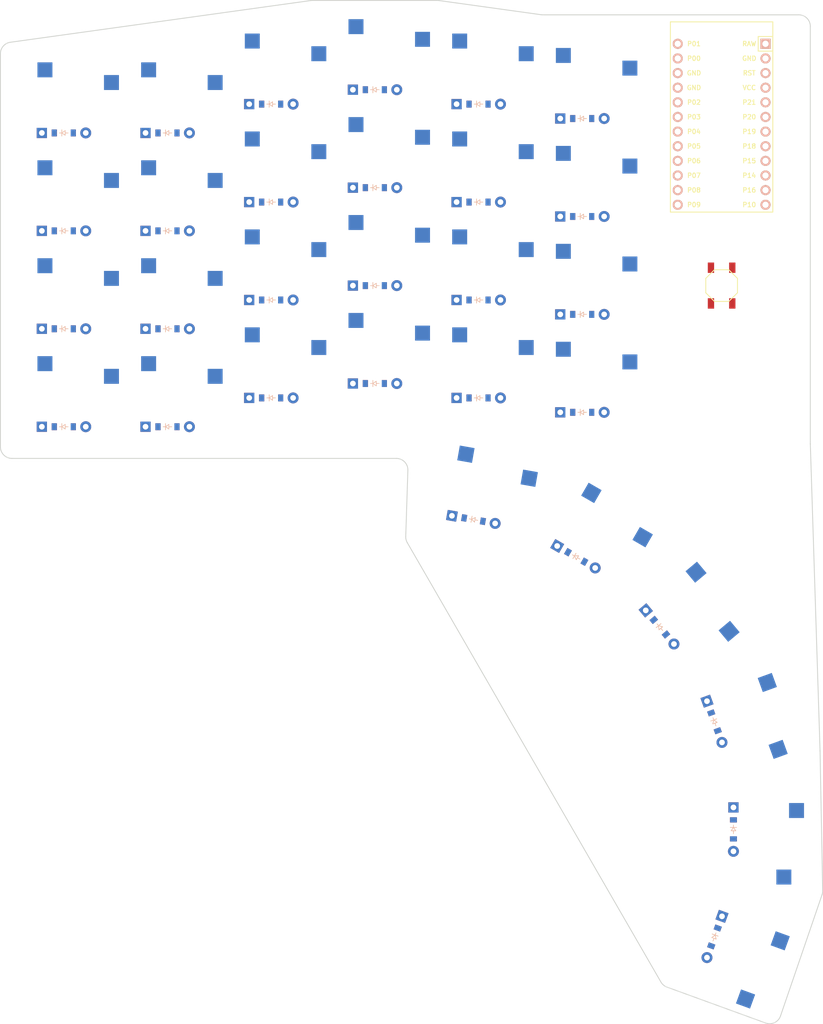
<source format=kicad_pcb>
(kicad_pcb (version 20241229) (generator "pcbnew") (generator_version "9.0")
  (title_block (title "main") (rev "v1.0.0") (company "Unknown"))
  (layers (0 "F.Cu" signal) (2 "B.Cu" signal) (13 "F.Paste" user) (15 "B.Paste" user) (5 "F.SilkS" user) (7 "B.SilkS" user) (1 "F.Mask" user) (3 "B.Mask" user) (25 "Edge.Cuts" user))
  (net 0 "")
  (net 1 "P02")
  (net 2 "outer_bottom")
  (net 3 "outer_home")
  (net 4 "outer_top")
  (net 5 "outer_num")
  (net 6 "P03")
  (net 7 "pinky_bottom")
  (net 8 "pinky_home")
  (net 9 "pinky_top")
  (net 10 "pinky_num")
  (net 11 "P04")
  (net 12 "ring_bottom")
  (net 13 "ring_home")
  (net 14 "ring_top")
  (net 15 "ring_num")
  (net 16 "P05")
  (net 17 "middle_bottom")
  (net 18 "middle_home")
  (net 19 "middle_top")
  (net 20 "middle_num")
  (net 21 "P06")
  (net 22 "index_bottom")
  (net 23 "index_home")
  (net 24 "index_top")
  (net 25 "index_num")
  (net 26 "P07")
  (net 27 "inner_bottom")
  (net 28 "inner_home")
  (net 29 "inner_top")
  (net 30 "inner_num")
  (net 31 "first_cluster")
  (net 32 "second_cluster")
  (net 33 "third_cluster")
  (net 34 "fourth_cluster")
  (net 35 "fifth_cluster")
  (net 36 "sixth_cluster")
  (net 37 "P16")
  (net 38 "P10")
  (net 39 "P09")
  (net 40 "P08")
  (net 41 "P14")
  (net 42 "RAW")
  (net 43 "GND")
  (net 44 "RST")
  (net 45 "VCC")
  (net 46 "P21")
  (net 47 "P20")
  (net 48 "P19")
  (net 49 "P18")
  (net 50 "P15")
  (net 51 "P1")
  (net 52 "P0")
  (net 53 "P2")
  (net 54 "P3")
  (net 55 "P4")
  (net 56 "P5")
  (net 57 "P6")
  (net 58 "P7")
  (net 59 "P8")
  (net 60 "P9")
  (footprint "E73:SW_TACT_ALPS_SKQGABE010" (layer "F.Cu") (at 214.2 80.5 90)
    (property "Reference" "B1" (hide yes))
    (property "Value" "" (hide yes))
    (pad "1" smd rect (at -3.1 -1.85 90) (size 1.8 1.1) (layers "F.Cu" "F.Mask" "F.Paste") (net 43 "GND"))
    (pad "1" smd rect (at 3.1 -1.85 90) (size 1.8 1.1) (layers "F.Cu" "F.Mask" "F.Paste") (net 43 "GND"))
    (pad "2" smd rect (at -3.1 1.85 90) (size 1.8 1.1) (layers "F.Cu" "F.Mask" "F.Paste") (net 44 "RST"))
    (pad "2" smd rect (at 3.1 1.85 90) (size 1.8 1.1) (layers "F.Cu" "F.Mask" "F.Paste") (net 44 "RST"))
  )
  (footprint "PG1350" (layer "F.Cu") (at 118 66)
    (property "Reference" "S7" (hide yes))
    (property "Value" "" (hide yes))
    (pad "" np_thru_hole circle (at -5.5 0) (size 1.7018 1.7018) (drill 1.7018) (layers "*.Cu" "*.Mask"))
    (pad "" np_thru_hole circle (at 0 -5.95) (size 3 3) (drill 3) (layers "*.Cu" "*.Mask"))
    (pad "" np_thru_hole circle (at 0 0) (size 3.429 3.429) (drill 3.429) (layers "*.Cu" "*.Mask"))
    (pad "" np_thru_hole circle (at 5 -3.75) (size 3 3) (drill 3) (layers "*.Cu" "*.Mask"))
    (pad "" np_thru_hole circle (at 5.5 0) (size 1.7018 1.7018) (drill 1.7018) (layers "*.Cu" "*.Mask"))
    (pad "1" smd rect (at -3.275 -5.95) (size 2.6 2.6) (layers "B.Cu" "B.Mask" "B.Paste") (net 6 "P03"))
    (pad "2" smd rect (at 8.275 -3.75) (size 2.6 2.6) (layers "B.Cu" "B.Mask" "B.Paste") (net 9 "pinky_top"))
  )
  (footprint "ComboDiode" (layer "F.Cu") (at 171.131759 121.124039 -10)
    (property "Reference" "D25" (hide yes))
    (property "Value" "" (hide yes))
    (pad "1" thru_hole rect (at -3.810001 0 350) (size 1.778 1.778) (drill 0.9906) (layers "*.Cu" "*.Mask") (net 41 "P14"))
    (pad "1" smd rect (at -1.65 0.000001 350) (size 0.9 1.2) (layers "F.Cu" "F.Mask" "F.Paste") (net 41 "P14"))
    (pad "1" smd rect (at -1.65 0.000001 350) (size 0.9 1.2) (layers "B.Cu" "B.Mask" "B.Paste") (net 41 "P14"))
    (pad "2" smd rect (at 1.65 -0.000001 350) (size 0.9 1.2) (layers "F.Cu" "F.Mask" "F.Paste") (net 31 "first_cluster"))
    (pad "2" smd rect (at 1.65 -0.000001 350) (size 0.9 1.2) (layers "B.Cu" "B.Mask" "B.Paste") (net 31 "first_cluster"))
    (pad "2" thru_hole circle (at 3.810001 0 350) (size 1.905 1.905) (drill 0.9906) (layers "*.Cu" "*.Mask") (net 31 "first_cluster"))
  )
  (footprint "ComboDiode" (layer "F.Cu") (at 190 102.5)
    (property "Reference" "D21" (hide yes))
    (property "Value" "" (hide yes))
    (pad "1" thru_hole rect (at -3.81 0) (size 1.778 1.778) (drill 0.9906) (layers "*.Cu" "*.Mask") (net 37 "P16"))
    (pad "1" smd rect (at -1.65 0) (size 0.9 1.2) (layers "F.Cu" "F.Mask" "F.Paste") (net 37 "P16"))
    (pad "1" smd rect (at -1.65 0) (size 0.9 1.2) (layers "B.Cu" "B.Mask" "B.Paste") (net 37 "P16"))
    (pad "2" smd rect (at 1.65 0) (size 0.9 1.2) (layers "F.Cu" "F.Mask" "F.Paste") (net 27 "inner_bottom"))
    (pad "2" smd rect (at 1.65 0) (size 0.9 1.2) (layers "B.Cu" "B.Mask" "B.Paste") (net 27 "inner_bottom"))
    (pad "2" thru_hole circle (at 3.81 0) (size 1.905 1.905) (drill 0.9906) (layers "*.Cu" "*.Mask") (net 27 "inner_bottom"))
  )
  (footprint "ComboDiode" (layer "F.Cu") (at 136 49)
    (property "Reference" "D12" (hide yes))
    (property "Value" "" (hide yes))
    (pad "1" thru_hole rect (at -3.81 0) (size 1.778 1.778) (drill 0.9906) (layers "*.Cu" "*.Mask") (net 40 "P08"))
    (pad "1" smd rect (at -1.65 0) (size 0.9 1.2) (layers "F.Cu" "F.Mask" "F.Paste") (net 40 "P08"))
    (pad "1" smd rect (at -1.65 0) (size 0.9 1.2) (layers "B.Cu" "B.Mask" "B.Paste") (net 40 "P08"))
    (pad "2" smd rect (at 1.65 0) (size 0.9 1.2) (layers "F.Cu" "F.Mask" "F.Paste") (net 15 "ring_num"))
    (pad "2" smd rect (at 1.65 0) (size 0.9 1.2) (layers "B.Cu" "B.Mask" "B.Paste") (net 15 "ring_num"))
    (pad "2" thru_hole circle (at 3.81 0) (size 1.905 1.905) (drill 0.9906) (layers "*.Cu" "*.Mask") (net 15 "ring_num"))
  )
  (footprint "PG1350" (layer "F.Cu") (at 217.658757 195.283287 -110)
    (property "Reference" "S30" (hide yes))
    (property "Value" "" (hide yes))
    (pad "" np_thru_hole circle (at -5.5 0) (size 1.7018 1.7018) (drill 1.7018) (layers "*.Cu" "*.Mask"))
    (pad "" np_thru_hole circle (at 0 -5.95) (size 3 3) (drill 3) (layers "*.Cu" "*.Mask"))
    (pad "" np_thru_hole circle (at 0 0) (size 3.429 3.429) (drill 3.429) (layers "*.Cu" "*.Mask"))
    (pad "" np_thru_hole circle (at 5 -3.75) (size 3 3) (drill 3) (layers "*.Cu" "*.Mask"))
    (pad "" np_thru_hole circle (at 5.5 0) (size 1.7018 1.7018) (drill 1.7018) (layers "*.Cu" "*.Mask"))
    (pad "1" smd rect (at -3.275 -5.95 250) (size 2.6 2.6) (layers "B.Cu" "B.Mask" "B.Paste") (net 26 "P07"))
    (pad "2" smd rect (at 8.275 -3.75 250) (size 2.6 2.6) (layers "B.Cu" "B.Mask" "B.Paste") (net 36 "sixth_cluster"))
  )
  (footprint "ComboDiode" (layer "F.Cu") (at 136 83)
    (property "Reference" "D10" (hide yes))
    (property "Value" "" (hide yes))
    (pad "1" thru_hole rect (at -3.81 0) (size 1.778 1.778) (drill 0.9906) (layers "*.Cu" "*.Mask") (net 38 "P10"))
    (pad "1" smd rect (at -1.65 0) (size 0.9 1.2) (layers "F.Cu" "F.Mask" "F.Paste") (net 38 "P10"))
    (pad "1" smd rect (at -1.65 0) (size 0.9 1.2) (layers "B.Cu" "B.Mask" "B.Paste") (net 38 "P10"))
    (pad "2" smd rect (at 1.65 0) (size 0.9 1.2) (layers "F.Cu" "F.Mask" "F.Paste") (net 13 "ring_home"))
    (pad "2" smd rect (at 1.65 0) (size 0.9 1.2) (layers "B.Cu" "B.Mask" "B.Paste") (net 13 "ring_home"))
    (pad "2" thru_hole circle (at 3.81 0) (size 1.905 1.905) (drill 0.9906) (layers "*.Cu" "*.Mask") (net 13 "ring_home"))
  )
  (footprint "ComboDiode" (layer "F.Cu") (at 154 46.5)
    (property "Reference" "D16" (hide yes))
    (property "Value" "" (hide yes))
    (pad "1" thru_hole rect (at -3.81 0) (size 1.778 1.778) (drill 0.9906) (layers "*.Cu" "*.Mask") (net 40 "P08"))
    (pad "1" smd rect (at -1.65 0) (size 0.9 1.2) (layers "F.Cu" "F.Mask" "F.Paste") (net 40 "P08"))
    (pad "1" smd rect (at -1.65 0) (size 0.9 1.2) (layers "B.Cu" "B.Mask" "B.Paste") (net 40 "P08"))
    (pad "2" smd rect (at 1.65 0) (size 0.9 1.2) (layers "F.Cu" "F.Mask" "F.Paste") (net 20 "middle_num"))
    (pad "2" smd rect (at 1.65 0) (size 0.9 1.2) (layers "B.Cu" "B.Mask" "B.Paste") (net 20 "middle_num"))
    (pad "2" thru_hole circle (at 3.81 0) (size 1.905 1.905) (drill 0.9906) (layers "*.Cu" "*.Mask") (net 20 "middle_num"))
  )
  (footprint "ComboDiode" (layer "F.Cu") (at 154 97.5)
    (property "Reference" "D13" (hide yes))
    (property "Value" "" (hide yes))
    (pad "1" thru_hole rect (at -3.81 0) (size 1.778 1.778) (drill 0.9906) (layers "*.Cu" "*.Mask") (net 37 "P16"))
    (pad "1" smd rect (at -1.65 0) (size 0.9 1.2) (layers "F.Cu" "F.Mask" "F.Paste") (net 37 "P16"))
    (pad "1" smd rect (at -1.65 0) (size 0.9 1.2) (layers "B.Cu" "B.Mask" "B.Paste") (net 37 "P16"))
    (pad "2" smd rect (at 1.65 0) (size 0.9 1.2) (layers "F.Cu" "F.Mask" "F.Paste") (net 17 "middle_bottom"))
    (pad "2" smd rect (at 1.65 0) (size 0.9 1.2) (layers "B.Cu" "B.Mask" "B.Paste") (net 17 "middle_bottom"))
    (pad "2" thru_hole circle (at 3.81 0) (size 1.905 1.905) (drill 0.9906) (layers "*.Cu" "*.Mask") (net 17 "middle_bottom"))
  )
  (footprint "PG1350" (layer "F.Cu") (at 172 44)
    (property "Reference" "S20" (hide yes))
    (property "Value" "" (hide yes))
    (pad "" np_thru_hole circle (at -5.5 0) (size 1.7018 1.7018) (drill 1.7018) (layers "*.Cu" "*.Mask"))
    (pad "" np_thru_hole circle (at 0 -5.95) (size 3 3) (drill 3) (layers "*.Cu" "*.Mask"))
    (pad "" np_thru_hole circle (at 0 0) (size 3.429 3.429) (drill 3.429) (layers "*.Cu" "*.Mask"))
    (pad "" np_thru_hole circle (at 5 -3.75) (size 3 3) (drill 3) (layers "*.Cu" "*.Mask"))
    (pad "" np_thru_hole circle (at 5.5 0) (size 1.7018 1.7018) (drill 1.7018) (layers "*.Cu" "*.Mask"))
    (pad "1" smd rect (at -3.275 -5.95) (size 2.6 2.6) (layers "B.Cu" "B.Mask" "B.Paste") (net 21 "P06"))
    (pad "2" smd rect (at 8.275 -3.75) (size 2.6 2.6) (layers "B.Cu" "B.Mask" "B.Paste") (net 25 "index_num"))
  )
  (footprint "PG1350" (layer "F.Cu") (at 100 49)
    (property "Reference" "S4" (hide yes))
    (property "Value" "" (hide yes))
    (pad "" np_thru_hole circle (at -5.5 0) (size 1.7018 1.7018) (drill 1.7018) (layers "*.Cu" "*.Mask"))
    (pad "" np_thru_hole circle (at 0 -5.95) (size 3 3) (drill 3) (layers "*.Cu" "*.Mask"))
    (pad "" np_thru_hole circle (at 0 0) (size 3.429 3.429) (drill 3.429) (layers "*.Cu" "*.Mask"))
    (pad "" np_thru_hole circle (at 5 -3.75) (size 3 3) (drill 3) (layers "*.Cu" "*.Mask"))
    (pad "" np_thru_hole circle (at 5.5 0) (size 1.7018 1.7018) (drill 1.7018) (layers "*.Cu" "*.Mask"))
    (pad "1" smd rect (at -3.275 -5.95) (size 2.6 2.6) (layers "B.Cu" "B.Mask" "B.Paste") (net 1 "P02"))
    (pad "2" smd rect (at 8.275 -3.75) (size 2.6 2.6) (layers "B.Cu" "B.Mask" "B.Paste") (net 5 "outer_num"))
  )
  (footprint "PG1350" (layer "F.Cu") (at 190 80.5)
    (property "Reference" "S22" (hide yes))
    (property "Value" "" (hide yes))
    (pad "" np_thru_hole circle (at -5.5 0) (size 1.7018 1.7018) (drill 1.7018) (layers "*.Cu" "*.Mask"))
    (pad "" np_thru_hole circle (at 0 -5.95) (size 3 3) (drill 3) (layers "*.Cu" "*.Mask"))
    (pad "" np_thru_hole circle (at 0 0) (size 3.429 3.429) (drill 3.429) (layers "*.Cu" "*.Mask"))
    (pad "" np_thru_hole circle (at 5 -3.75) (size 3 3) (drill 3) (layers "*.Cu" "*.Mask"))
    (pad "" np_thru_hole circle (at 5.5 0) (size 1.7018 1.7018) (drill 1.7018) (layers "*.Cu" "*.Mask"))
    (pad "1" smd rect (at -3.275 -5.95) (size 2.6 2.6) (layers "B.Cu" "B.Mask" "B.Paste") (net 26 "P07"))
    (pad "2" smd rect (at 8.275 -3.75) (size 2.6 2.6) (layers "B.Cu" "B.Mask" "B.Paste") (net 28 "inner_home"))
  )
  (footprint "ComboDiode" (layer "F.Cu") (at 118 71)
    (property "Reference" "D7" (hide yes))
    (property "Value" "" (hide yes))
    (pad "1" thru_hole rect (at -3.81 0) (size 1.778 1.778) (drill 0.9906) (layers "*.Cu" "*.Mask") (net 39 "P09"))
    (pad "1" smd rect (at -1.65 0) (size 0.9 1.2) (layers "F.Cu" "F.Mask" "F.Paste") (net 39 "P09"))
    (pad "1" smd rect (at -1.65 0) (size 0.9 1.2) (layers "B.Cu" "B.Mask" "B.Paste") (net 39 "P09"))
    (pad "2" smd rect (at 1.65 0) (size 0.9 1.2) (layers "F.Cu" "F.Mask" "F.Paste") (net 9 "pinky_top"))
    (pad "2" smd rect (at 1.65 0) (size 0.9 1.2) (layers "B.Cu" "B.Mask" "B.Paste") (net 9 "pinky_top"))
    (pad "2" thru_hole circle (at 3.81 0) (size 1.905 1.905) (drill 0.9906) (layers "*.Cu" "*.Mask") (net 9 "pinky_top"))
  )
  (footprint "PG1350" (layer "F.Cu") (at 217.658757 154.512246 -70)
    (property "Reference" "S28" (hide yes))
    (property "Value" "" (hide yes))
    (pad "" np_thru_hole circle (at -5.5 0) (size 1.7018 1.7018) (drill 1.7018) (layers "*.Cu" "*.Mask"))
    (pad "" np_thru_hole circle (at 0 -5.95) (size 3 3) (drill 3) (layers "*.Cu" "*.Mask"))
    (pad "" np_thru_hole circle (at 0 0) (size 3.429 3.429) (drill 3.429) (layers "*.Cu" "*.Mask"))
    (pad "" np_thru_hole circle (at 5 -3.75) (size 3 3) (drill 3) (layers "*.Cu" "*.Mask"))
    (pad "" np_thru_hole circle (at 5.5 0) (size 1.7018 1.7018) (drill 1.7018) (layers "*.Cu" "*.Mask"))
    (pad "1" smd rect (at -3.275 -5.95 290) (size 2.6 2.6) (layers "B.Cu" "B.Mask" "B.Paste") (net 16 "P05"))
    (pad "2" smd rect (at 8.275 -3.75 290) (size 2.6 2.6) (layers "B.Cu" "B.Mask" "B.Paste") (net 34 "fourth_cluster"))
  )
  (footprint "PG1350" (layer "F.Cu") (at 118 49)
    (property "Reference" "S8" (hide yes))
    (property "Value" "" (hide yes))
    (pad "" np_thru_hole circle (at -5.5 0) (size 1.7018 1.7018) (drill 1.7018) (layers "*.Cu" "*.Mask"))
    (pad "" np_thru_hole circle (at 0 -5.95) (size 3 3) (drill 3) (layers "*.Cu" "*.Mask"))
    (pad "" np_thru_hole circle (at 0 0) (size 3.429 3.429) (drill 3.429) (layers "*.Cu" "*.Mask"))
    (pad "" np_thru_hole circle (at 5 -3.75) (size 3 3) (drill 3) (layers "*.Cu" "*.Mask"))
    (pad "" np_thru_hole circle (at 5.5 0) (size 1.7018 1.7018) (drill 1.7018) (layers "*.Cu" "*.Mask"))
    (pad "1" smd rect (at -3.275 -5.95) (size 2.6 2.6) (layers "B.Cu" "B.Mask" "B.Paste") (net 6 "P03"))
    (pad "2" smd rect (at 8.275 -3.75) (size 2.6 2.6) (layers "B.Cu" "B.Mask" "B.Paste") (net 10 "pinky_num"))
  )
  (footprint "PG1350" (layer "F.Cu") (at 172 95)
    (property "Reference" "S17" (hide yes))
    (property "Value" "" (hide yes))
    (pad "" np_thru_hole circle (at -5.5 0) (size 1.7018 1.7018) (drill 1.7018) (layers "*.Cu" "*.Mask"))
    (pad "" np_thru_hole circle (at 0 -5.95) (size 3 3) (drill 3) (layers "*.Cu" "*.Mask"))
    (pad "" np_thru_hole circle (at 0 0) (size 3.429 3.429) (drill 3.429) (layers "*.Cu" "*.Mask"))
    (pad "" np_thru_hole circle (at 5 -3.75) (size 3 3) (drill 3) (layers "*.Cu" "*.Mask"))
    (pad "" np_thru_hole circle (at 5.5 0) (size 1.7018 1.7018) (drill 1.7018) (layers "*.Cu" "*.Mask"))
    (pad "1" smd rect (at -3.275 -5.95) (size 2.6 2.6) (layers "B.Cu" "B.Mask" "B.Paste") (net 21 "P06"))
    (pad "2" smd rect (at 8.275 -3.75) (size 2.6 2.6) (layers "B.Cu" "B.Mask" "B.Paste") (net 22 "index_bottom"))
  )
  (footprint "PG1350" (layer "F.Cu") (at 172 116.2 -10)
    (property "Reference" "S25" (hide yes))
    (property "Value" "" (hide yes))
    (pad "" np_thru_hole circle (at -5.5 0) (size 1.7018 1.7018) (drill 1.7018) (layers "*.Cu" "*.Mask"))
    (pad "" np_thru_hole circle (at 0 -5.95) (size 3 3) (drill 3) (layers "*.Cu" "*.Mask"))
    (pad "" np_thru_hole circle (at 0 0) (size 3.429 3.429) (drill 3.429) (layers "*.Cu" "*.Mask"))
    (pad "" np_thru_hole circle (at 5 -3.75) (size 3 3) (drill 3) (layers "*.Cu" "*.Mask"))
    (pad "" np_thru_hole circle (at 5.5 0) (size 1.7018 1.7018) (drill 1.7018) (layers "*.Cu" "*.Mask"))
    (pad "1" smd rect (at -3.275 -5.95 350) (size 2.6 2.6) (layers "B.Cu" "B.Mask" "B.Paste") (net 1 "P02"))
    (pad "2" smd rect (at 8.275 -3.75 350) (size 2.6 2.6) (layers "B.Cu" "B.Mask" "B.Paste") (net 31 "first_cluster"))
  )
  (footprint "PG1350" (layer "F.Cu") (at 221.253275 174.897767 -90)
    (property "Reference" "S29" (hide yes))
    (property "Value" "" (hide yes))
    (pad "" np_thru_hole circle (at -5.5 0) (size 1.7018 1.7018) (drill 1.7018) (layers "*.Cu" "*.Mask"))
    (pad "" np_thru_hole circle (at 0 -5.95) (size 3 3) (drill 3) (layers "*.Cu" "*.Mask"))
    (pad "" np_thru_hole circle (at 0 0) (size 3.429 3.429) (drill 3.429) (layers "*.Cu" "*.Mask"))
    (pad "" np_thru_hole circle (at 5 -3.75) (size 3 3) (drill 3) (layers "*.Cu" "*.Mask"))
    (pad "" np_thru_hole circle (at 5.5 0) (size 1.7018 1.7018) (drill 1.7018) (layers "*.Cu" "*.Mask"))
    (pad "1" smd rect (at -3.275 -5.95 270) (size 2.6 2.6) (layers "B.Cu" "B.Mask" "B.Paste") (net 21 "P06"))
    (pad "2" smd rect (at 8.275 -3.75 270) (size 2.6 2.6) (layers "B.Cu" "B.Mask" "B.Paste") (net 35 "fifth_cluster"))
  )
  (footprint "ComboDiode" (layer "F.Cu") (at 172 66)
    (property "Reference" "D19" (hide yes))
    (property "Value" "" (hide yes))
    (pad "1" thru_hole rect (at -3.81 0) (size 1.778 1.778) (drill 0.9906) (layers "*.Cu" "*.Mask") (net 39 "P09"))
    (pad "1" smd rect (at -1.65 0) (size 0.9 1.2) (layers "F.Cu" "F.Mask" "F.Paste") (net 39 "P09"))
    (pad "1" smd rect (at -1.65 0) (size 0.9 1.2) (layers "B.Cu" "B.Mask" "B.Paste") (net 39 "P09"))
    (pad "2" smd rect (at 1.65 0) (size 0.9 1.2) (layers "F.Cu" "F.Mask" "F.Paste") (net 24 "index_top"))
    (pad "2" smd rect (at 1.65 0) (size 0.9 1.2) (layers "B.Cu" "B.Mask" "B.Paste") (net 24 "index_top"))
    (pad "2" thru_hole circle (at 3.81 0) (size 1.905 1.905) (drill 0.9906) (layers "*.Cu" "*.Mask") (net 24 "index_top"))
  )
  (footprint "ComboDiode" (layer "F.Cu") (at 188.951637 127.609944 -30)
    (property "Reference" "D26" (hide yes))
    (property "Value" "" (hide yes))
    (pad "1" thru_hole rect (at -3.81 0 330) (size 1.778 1.778) (drill 0.9906) (layers "*.Cu" "*.Mask") (net 41 "P14"))
    (pad "1" smd rect (at -1.65 0 330) (size 0.9 1.2) (layers "F.Cu" "F.Mask" "F.Paste") (net 41 "P14"))
    (pad "1" smd rect (at -1.65 0 330) (size 0.9 1.2) (layers "B.Cu" "B.Mask" "B.Paste") (net 41 "P14"))
    (pad "2" smd rect (at 1.65 0 330) (size 0.9 1.2) (layers "F.Cu" "F.Mask" "F.Paste") (net 32 "second_cluster"))
    (pad "2" smd rect (at 1.65 0 330) (size 0.9 1.2) (layers "B.Cu" "B.Mask" "B.Paste") (net 32 "second_cluster"))
    (pad "2" thru_hole circle (at 3.81 0 330) (size 1.905 1.905) (drill 0.9906) (layers "*.Cu" "*.Mask") (net 32 "second_cluster"))
  )
  (footprint "PG1350" (layer "F.Cu") (at 100 100)
    (property "Reference" "S1" (hide yes))
    (property "Value" "" (hide yes))
    (pad "" np_thru_hole circle (at -5.5 0) (size 1.7018 1.7018) (drill 1.7018) (layers "*.Cu" "*.Mask"))
    (pad "" np_thru_hole circle (at 0 -5.95) (size 3 3) (drill 3) (layers "*.Cu" "*.Mask"))
    (pad "" np_thru_hole circle (at 0 0) (size 3.429 3.429) (drill 3.429) (layers "*.Cu" "*.Mask"))
    (pad "" np_thru_hole circle (at 5 -3.75) (size 3 3) (drill 3) (layers "*.Cu" "*.Mask"))
    (pad "" np_thru_hole circle (at 5.5 0) (size 1.7018 1.7018) (drill 1.7018) (layers "*.Cu" "*.Mask"))
    (pad "1" smd rect (at -3.275 -5.95) (size 2.6 2.6) (layers "B.Cu" "B.Mask" "B.Paste") (net 1 "P02"))
    (pad "2" smd rect (at 8.275 -3.75) (size 2.6 2.6) (layers "B.Cu" "B.Mask" "B.Paste") (net 2 "outer_bottom"))
  )
  (footprint "PG1350" (layer "F.Cu") (at 136 61)
    (property "Reference" "S11" (hide yes))
    (property "Value" "" (hide yes))
    (pad "" np_thru_hole circle (at -5.5 0) (size 1.7018 1.7018) (drill 1.7018) (layers "*.Cu" "*.Mask"))
    (pad "" np_thru_hole circle (at 0 -5.95) (size 3 3) (drill 3) (layers "*.Cu" "*.Mask"))
    (pad "" np_thru_hole circle (at 0 0) (size 3.429 3.429) (drill 3.429) (layers "*.Cu" "*.Mask"))
    (pad "" np_thru_hole circle (at 5 -3.75) (size 3 3) (drill 3) (layers "*.Cu" "*.Mask"))
    (pad "" np_thru_hole circle (at 5.5 0) (size 1.7018 1.7018) (drill 1.7018) (layers "*.Cu" "*.Mask"))
    (pad "1" smd rect (at -3.275 -5.95) (size 2.6 2.6) (layers "B.Cu" "B.Mask" "B.Paste") (net 11 "P04"))
    (pad "2" smd rect (at 8.275 -3.75) (size 2.6 2.6) (layers "B.Cu" "B.Mask" "B.Paste") (net 14 "ring_top"))
  )
  (footprint "ComboDiode" (layer "F.Cu") (at 100 71)
    (property "Reference" "D3" (hide yes))
    (property "Value" "" (hide yes))
    (pad "1" thru_hole rect (at -3.81 0) (size 1.778 1.778) (drill 0.9906) (layers "*.Cu" "*.Mask") (net 39 "P09"))
    (pad "1" smd rect (at -1.65 0) (size 0.9 1.2) (layers "F.Cu" "F.Mask" "F.Paste") (net 39 "P09"))
    (pad "1" smd rect (at -1.65 0) (size 0.9 1.2) (layers "B.Cu" "B.Mask" "B.Paste") (net 39 "P09"))
    (pad "2" smd rect (at 1.65 0) (size 0.9 1.2) (layers "F.Cu" "F.Mask" "F.Paste") (net 4 "outer_top"))
    (pad "2" smd rect (at 1.65 0) (size 0.9 1.2) (layers "B.Cu" "B.Mask" "B.Paste") (net 4 "outer_top"))
    (pad "2" thru_hole circle (at 3.81 0) (size 1.905 1.905) (drill 0.9906) (layers "*.Cu" "*.Mask") (net 4 "outer_top"))
  )
  (footprint "PG1350" (layer "F.Cu") (at 190 46.5)
    (property "Reference" "S24" (hide yes))
    (property "Value" "" (hide yes))
    (pad "" np_thru_hole circle (at -5.5 0) (size 1.7018 1.7018) (drill 1.7018) (layers "*.Cu" "*.Mask"))
    (pad "" np_thru_hole circle (at 0 -5.95) (size 3 3) (drill 3) (layers "*.Cu" "*.Mask"))
    (pad "" np_thru_hole circle (at 0 0) (size 3.429 3.429) (drill 3.429) (layers "*.Cu" "*.Mask"))
    (pad "" np_thru_hole circle (at 5 -3.75) (size 3 3) (drill 3) (layers "*.Cu" "*.Mask"))
    (pad "" np_thru_hole circle (at 5.5 0) (size 1.7018 1.7018) (drill 1.7018) (layers "*.Cu" "*.Mask"))
    (pad "1" smd rect (at -3.275 -5.95) (size 2.6 2.6) (layers "B.Cu" "B.Mask" "B.Paste") (net 26 "P07"))
    (pad "2" smd rect (at 8.275 -3.75) (size 2.6 2.6) (layers "B.Cu" "B.Mask" "B.Paste") (net 30 "inner_num"))
  )
  (footprint "ComboDiode" (layer "F.Cu") (at 172 49)
    (property "Reference" "D20" (hide yes))
    (property "Value" "" (hide yes))
    (pad "1" thru_hole rect (at -3.81 0) (size 1.778 1.778) (drill 0.9906) (layers "*.Cu" "*.Mask") (net 40 "P08"))
    (pad "1" smd rect (at -1.65 0) (size 0.9 1.2) (layers "F.Cu" "F.Mask" "F.Paste") (net 40 "P08"))
    (pad "1" smd rect (at -1.65 0) (size 0.9 1.2) (layers "B.Cu" "B.Mask" "B.Paste") (net 40 "P08"))
    (pad "2" smd rect (at 1.65 0) (size 0.9 1.2) (layers "F.Cu" "F.Mask" "F.Paste") (net 25 "index_num"))
    (pad "2" smd rect (at 1.65 0) (size 0.9 1.2) (layers "B.Cu" "B.Mask" "B.Paste") (net 25 "index_num"))
    (pad "2" thru_hole circle (at 3.81 0) (size 1.905 1.905) (drill 0.9906) (layers "*.Cu" "*.Mask") (net 25 "index_num"))
  )
  (footprint "ComboDiode" (layer "F.Cu") (at 100 54)
    (property "Reference" "D4" (hide yes))
    (property "Value" "" (hide yes))
    (pad "1" thru_hole rect (at -3.81 0) (size 1.778 1.778) (drill 0.9906) (layers "*.Cu" "*.Mask") (net 40 "P08"))
    (pad "1" smd rect (at -1.65 0) (size 0.9 1.2) (layers "F.Cu" "F.Mask" "F.Paste") (net 40 "P08"))
    (pad "1" smd rect (at -1.65 0) (size 0.9 1.2) (layers "B.Cu" "B.Mask" "B.Paste") (net 40 "P08"))
    (pad "2" smd rect (at 1.65 0) (size 0.9 1.2) (layers "F.Cu" "F.Mask" "F.Paste") (net 5 "outer_num"))
    (pad "2" smd rect (at 1.65 0) (size 0.9 1.2) (layers "B.Cu" "B.Mask" "B.Paste") (net 5 "outer_num"))
    (pad "2" thru_hole circle (at 3.81 0) (size 1.905 1.905) (drill 0.9906) (layers "*.Cu" "*.Mask") (net 5 "outer_num"))
  )
  (footprint "ComboDiode" (layer "F.Cu") (at 190 68.5)
    (property "Reference" "D23" (hide yes))
    (property "Value" "" (hide yes))
    (pad "1" thru_hole rect (at -3.81 0) (size 1.778 1.778) (drill 0.9906) (layers "*.Cu" "*.Mask") (net 39 "P09"))
    (pad "1" smd rect (at -1.65 0) (size 0.9 1.2) (layers "F.Cu" "F.Mask" "F.Paste") (net 39 "P09"))
    (pad "1" smd rect (at -1.65 0) (size 0.9 1.2) (layers "B.Cu" "B.Mask" "B.Paste") (net 39 "P09"))
    (pad "2" smd rect (at 1.65 0) (size 0.9 1.2) (layers "F.Cu" "F.Mask" "F.Paste") (net 29 "inner_top"))
    (pad "2" smd rect (at 1.65 0) (size 0.9 1.2) (layers "B.Cu" "B.Mask" "B.Paste") (net 29 "inner_top"))
    (pad "2" thru_hole circle (at 3.81 0) (size 1.905 1.905) (drill 0.9906) (layers "*.Cu" "*.Mask") (net 29 "inner_top"))
  )
  (footprint "ComboDiode" (layer "F.Cu") (at 190 85.5)
    (property "Reference" "D22" (hide yes))
    (property "Value" "" (hide yes))
    (pad "1" thru_hole rect (at -3.81 0) (size 1.778 1.778) (drill 0.9906) (layers "*.Cu" "*.Mask") (net 38 "P10"))
    (pad "1" smd rect (at -1.65 0) (size 0.9 1.2) (layers "F.Cu" "F.Mask" "F.Paste") (net 38 "P10"))
    (pad "1" smd rect (at -1.65 0) (size 0.9 1.2) (layers "B.Cu" "B.Mask" "B.Paste") (net 38 "P10"))
    (pad "2" smd rect (at 1.65 0) (size 0.9 1.2) (layers "F.Cu" "F.Mask" "F.Paste") (net 28 "inner_home"))
    (pad "2" smd rect (at 1.65 0) (size 0.9 1.2) (layers "B.Cu" "B.Mask" "B.Paste") (net 28 "inner_home"))
    (pad "2" thru_hole circle (at 3.81 0) (size 1.905 1.905) (drill 0.9906) (layers "*.Cu" "*.Mask") (net 28 "inner_home"))
  )
  (footprint "ComboDiode" (layer "F.Cu") (at 118 88)
    (property "Reference" "D6" (hide yes))
    (property "Value" "" (hide yes))
    (pad "1" thru_hole rect (at -3.81 0) (size 1.778 1.778) (drill 0.9906) (layers "*.Cu" "*.Mask") (net 38 "P10"))
    (pad "1" smd rect (at -1.65 0) (size 0.9 1.2) (layers "F.Cu" "F.Mask" "F.Paste") (net 38 "P10"))
    (pad "1" smd rect (at -1.65 0) (size 0.9 1.2) (layers "B.Cu" "B.Mask" "B.Paste") (net 38 "P10"))
    (pad "2" smd rect (at 1.65 0) (size 0.9 1.2) (layers "F.Cu" "F.Mask" "F.Paste") (net 8 "pinky_home"))
    (pad "2" smd rect (at 1.65 0) (size 0.9 1.2) (layers "B.Cu" "B.Mask" "B.Paste") (net 8 "pinky_home"))
    (pad "2" thru_hole circle (at 3.81 0) (size 1.905 1.905) (drill 0.9906) (layers "*.Cu" "*.Mask") (net 8 "pinky_home"))
  )
  (footprint "ComboDiode" (layer "F.Cu") (at 154 80.5)
    (property "Reference" "D14" (hide yes))
    (property "Value" "" (hide yes))
    (pad "1" thru_hole rect (at -3.81 0) (size 1.778 1.778) (drill 0.9906) (layers "*.Cu" "*.Mask") (net 38 "P10"))
    (pad "1" smd rect (at -1.65 0) (size 0.9 1.2) (layers "F.Cu" "F.Mask" "F.Paste") (net 38 "P10"))
    (pad "1" smd rect (at -1.65 0) (size 0.9 1.2) (layers "B.Cu" "B.Mask" "B.Paste") (net 38 "P10"))
    (pad "2" smd rect (at 1.65 0) (size 0.9 1.2) (layers "F.Cu" "F.Mask" "F.Paste") (net 18 "middle_home"))
    (pad "2" smd rect (at 1.65 0) (size 0.9 1.2) (layers "B.Cu" "B.Mask" "B.Paste") (net 18 "middle_home"))
    (pad "2" thru_hole circle (at 3.81 0) (size 1.905 1.905) (drill 0.9906) (layers "*.Cu" "*.Mask") (net 18 "middle_home"))
  )
  (footprint "ComboDiode" (layer "F.Cu") (at 212.960294 193.573187 -110)
    (property "Reference" "D30" (hide yes))
    (property "Value" "" (hide yes))
    (pad "1" thru_hole rect (at -3.81 0 250) (size 1.778 1.778) (drill 0.9906) (layers "*.Cu" "*.Mask") (net 41 "P14"))
    (pad "1" smd rect (at -1.65 0 250) (size 0.9 1.2) (layers "F.Cu" "F.Mask" "F.Paste") (net 41 "P14"))
    (pad "1" smd rect (at -1.65 0 250) (size 0.9 1.2) (layers "B.Cu" "B.Mask" "B.Paste") (net 41 "P14"))
    (pad "2" smd rect (at 1.65 0 250) (size 0.9 1.2) (layers "F.Cu" "F.Mask" "F.Paste") (net 36 "sixth_cluster"))
    (pad "2" smd rect (at 1.65 0 250) (size 0.9 1.2) (layers "B.Cu" "B.Mask" "B.Paste") (net 36 "sixth_cluster"))
    (pad "2" thru_hole circle (at 3.81 0 250) (size 1.905 1.905) (drill 0.9906) (layers "*.Cu" "*.Mask") (net 36 "sixth_cluster"))
  )
  (footprint "PG1350" (layer "F.Cu") (at 190 63.5)
    (property "Reference" "S23" (hide yes))
    (property "Value" "" (hide yes))
    (pad "" np_thru_hole circle (at -5.5 0) (size 1.7018 1.7018) (drill 1.7018) (layers "*.Cu" "*.Mask"))
    (pad "" np_thru_hole circle (at 0 -5.95) (size 3 3) (drill 3) (layers "*.Cu" "*.Mask"))
    (pad "" np_thru_hole circle (at 0 0) (size 3.429 3.429) (drill 3.429) (layers "*.Cu" "*.Mask"))
    (pad "" np_thru_hole circle (at 5 -3.75) (size 3 3) (drill 3) (layers "*.Cu" "*.Mask"))
    (pad "" np_thru_hole circle (at 5.5 0) (size 1.7018 1.7018) (drill 1.7018) (layers "*.Cu" "*.Mask"))
    (pad "1" smd rect (at -3.275 -5.95) (size 2.6 2.6) (layers "B.Cu" "B.Mask" "B.Paste") (net 26 "P07"))
    (pad "2" smd rect (at 8.275 -3.75) (size 2.6 2.6) (layers "B.Cu" "B.Mask" "B.Paste") (net 29 "inner_top"))
  )
  (footprint "PG1350" (layer "F.Cu") (at 154 75.5)
    (property "Reference" "S14" (hide yes))
    (property "Value" "" (hide yes))
    (pad "" np_thru_hole circle (at -5.5 0) (size 1.7018 1.7018) (drill 1.7018) (layers "*.Cu" "*.Mask"))
    (pad "" np_thru_hole circle (at 0 -5.95) (size 3 3) (drill 3) (layers "*.Cu" "*.Mask"))
    (pad "" np_thru_hole circle (at 0 0) (size 3.429 3.429) (drill 3.429) (layers "*.Cu" "*.Mask"))
    (pad "" np_thru_hole circle (at 5 -3.75) (size 3 3) (drill 3) (layers "*.Cu" "*.Mask"))
    (pad "" np_thru_hole circle (at 5.5 0) (size 1.7018 1.7018) (drill 1.7018) (layers "*.Cu" "*.Mask"))
    (pad "1" smd rect (at -3.275 -5.95) (size 2.6 2.6) (layers "B.Cu" "B.Mask" "B.Paste") (net 16 "P05"))
    (pad "2" smd rect (at 8.275 -3.75) (size 2.6 2.6) (layers "B.Cu" "B.Mask" "B.Paste") (net 18 "middle_home"))
  )
  (footprint "PG1350" (layer "F.Cu") (at 100 66)
    (property "Reference" "S3" (hide yes))
    (property "Value" "" (hide yes))
    (pad "" np_thru_hole circle (at -5.5 0) (size 1.7018 1.7018) (drill 1.7018) (layers "*.Cu" "*.Mask"))
    (pad "" np_thru_hole circle (at 0 -5.95) (size 3 3) (drill 3) (layers "*.Cu" "*.Mask"))
    (pad "" np_thru_hole circle (at 0 0) (size 3.429 3.429) (drill 3.429) (layers "*.Cu" "*.Mask"))
    (pad "" np_thru_hole circle (at 5 -3.75) (size 3 3) (drill 3) (layers "*.Cu" "*.Mask"))
    (pad "" np_thru_hole circle (at 5.5 0) (size 1.7018 1.7018) (drill 1.7018) (layers "*.Cu" "*.Mask"))
    (pad "1" smd rect (at -3.275 -5.95) (size 2.6 2.6) (layers "B.Cu" "B.Mask" "B.Paste") (net 1 "P02"))
    (pad "2" smd rect (at 8.275 -3.75) (size 2.6 2.6) (layers "B.Cu" "B.Mask" "B.Paste") (net 4 "outer_top"))
  )
  (footprint "ComboDiode" (layer "F.Cu") (at 118 54)
    (property "Reference" "D8" (hide yes))
    (property "Value" "" (hide yes))
    (pad "1" thru_hole rect (at -3.81 0) (size 1.778 1.778) (drill 0.9906) (layers "*.Cu" "*.Mask") (net 40 "P08"))
    (pad "1" smd rect (at -1.65 0) (size 0.9 1.2) (layers "F.Cu" "F.Mask" "F.Paste") (net 40 "P08"))
    (pad "1" smd rect (at -1.65 0) (size 0.9 1.2) (layers "B.Cu" "B.Mask" "B.Paste") (net 40 "P08"))
    (pad "2" smd rect (at 1.65 0) (size 0.9 1.2) (layers "F.Cu" "F.Mask" "F.Paste") (net 10 "pinky_num"))
    (pad "2" smd rect (at 1.65 0) (size 0.9 1.2) (layers "B.Cu" "B.Mask" "B.Paste") (net 10 "pinky_num"))
    (pad "2" thru_hole circle (at 3.81 0) (size 1.905 1.905) (drill 0.9906) (layers "*.Cu" "*.Mask") (net 10 "pinky_num"))
  )
  (footprint "ComboDiode" (layer "F.Cu") (at 136 66)
    (property "Reference" "D11" (hide yes))
    (property "Value" "" (hide yes))
    (pad "1" thru_hole rect (at -3.81 0) (size 1.778 1.778) (drill 0.9906) (layers "*.Cu" "*.Mask") (net 39 "P09"))
    (pad "1" smd rect (at -1.65 0) (size 0.9 1.2) (layers "F.Cu" "F.Mask" "F.Paste") (net 39 "P09"))
    (pad "1" smd rect (at -1.65 0) (size 0.9 1.2) (layers "B.Cu" "B.Mask" "B.Paste") (net 39 "P09"))
    (pad "2" smd rect (at 1.65 0) (size 0.9 1.2) (layers "F.Cu" "F.Mask" "F.Paste") (net 14 "ring_top"))
    (pad "2" smd rect (at 1.65 0) (size 0.9 1.2) (layers "B.Cu" "B.Mask" "B.Paste") (net 14 "ring_top"))
    (pad "2" thru_hole circle (at 3.81 0) (size 1.905 1.905) (drill 0.9906) (layers "*.Cu" "*.Mask") (net 14 "ring_top"))
  )
  (footprint "PG1350" (layer "F.Cu") (at 154 92.5)
    (property "Reference" "S13" (hide yes))
    (property "Value" "" (hide yes))
    (pad "" np_thru_hole circle (at -5.5 0) (size 1.7018 1.7018) (drill 1.7018) (layers "*.Cu" "*.Mask"))
    (pad "" np_thru_hole circle (at 0 -5.95) (size 3 3) (drill 3) (layers "*.Cu" "*.Mask"))
    (pad "" np_thru_hole circle (at 0 0) (size 3.429 3.429) (drill 3.429) (layers "*.Cu" "*.Mask"))
    (pad "" np_thru_hole circle (at 5 -3.75) (size 3 3) (drill 3) (layers "*.Cu" "*.Mask"))
    (pad "" np_thru_hole circle (at 5.5 0) (size 1.7018 1.7018) (drill 1.7018) (layers "*.Cu" "*.Mask"))
    (pad "1" smd rect (at -3.275 -5.95) (size 2.6 2.6) (layers "B.Cu" "B.Mask" "B.Paste") (net 16 "P05"))
    (pad "2" smd rect (at 8.275 -3.75) (size 2.6 2.6) (layers "B.Cu" "B.Mask" "B.Paste") (net 17 "middle_bottom"))
  )
  (footprint "PG1350" (layer "F.Cu") (at 172 78)
    (property "Reference" "S18" (hide yes))
    (property "Value" "" (hide yes))
    (pad "" np_thru_hole circle (at -5.5 0) (size 1.7018 1.7018) (drill 1.7018) (layers "*.Cu" "*.Mask"))
    (pad "" np_thru_hole circle (at 0 -5.95) (size 3 3) (drill 3) (layers "*.Cu" "*.Mask"))
    (pad "" np_thru_hole circle (at 0 0) (size 3.429 3.429) (drill 3.429) (layers "*.Cu" "*.Mask"))
    (pad "" np_thru_hole circle (at 5 -3.75) (size 3 3) (drill 3) (layers "*.Cu" "*.Mask"))
    (pad "" np_thru_hole circle (at 5.5 0) (size 1.7018 1.7018) (drill 1.7018) (layers "*.Cu" "*.Mask"))
    (pad "1" smd rect (at -3.275 -5.95) (size 2.6 2.6) (layers "B.Cu" "B.Mask" "B.Paste") (net 21 "P06"))
    (pad "2" smd rect (at 8.275 -3.75) (size 2.6 2.6) (layers "B.Cu" "B.Mask" "B.Paste") (net 23 "index_home"))
  )
  (footprint "PG1350" (layer "F.Cu") (at 154 58.5)
    (property "Reference" "S15" (hide yes))
    (property "Value" "" (hide yes))
    (pad "" np_thru_hole circle (at -5.5 0) (size 1.7018 1.7018) (drill 1.7018) (layers "*.Cu" "*.Mask"))
    (pad "" np_thru_hole circle (at 0 -5.95) (size 3 3) (drill 3) (layers "*.Cu" "*.Mask"))
    (pad "" np_thru_hole circle (at 0 0) (size 3.429 3.429) (drill 3.429) (layers "*.Cu" "*.Mask"))
    (pad "" np_thru_hole circle (at 5 -3.75) (size 3 3) (drill 3) (layers "*.Cu" "*.Mask"))
    (pad "" np_thru_hole circle (at 5.5 0) (size 1.7018 1.7018) (drill 1.7018) (layers "*.Cu" "*.Mask"))
    (pad "1" smd rect (at -3.275 -5.95) (size 2.6 2.6) (layers "B.Cu" "B.Mask" "B.Paste") (net 16 "P05"))
    (pad "2" smd rect (at 8.275 -3.75) (size 2.6 2.6) (layers "B.Cu" "B.Mask" "B.Paste") (net 19 "middle_top"))
  )
  (footprint "ComboDiode" (layer "F.Cu") (at 216.253275 174.897767 -90)
    (property "Reference" "D29" (hide yes))
    (property "Value" "" (hide yes))
    (pad "1" thru_hole rect (at -3.81 0 270) (size 1.778 1.778) (drill 0.9906) (layers "*.Cu" "*.Mask") (net 41 "P14"))
    (pad "1" smd rect (at -1.65 0 270) (size 0.9 1.2) (layers "F.Cu" "F.Mask" "F.Paste") (net 41 "P14"))
    (pad "1" smd rect (at -1.65 0 270) (size 0.9 1.2) (layers "B.Cu" "B.Mask" "B.Paste") (net 41 "P14"))
    (pad "2" smd rect (at 1.65 0 270) (size 0.9 1.2) (layers "F.Cu" "F.Mask" "F.Paste") (net 35 "fifth_cluster"))
    (pad "2" smd rect (at 1.65 0 270) (size 0.9 1.2) (layers "B.Cu" "B.Mask" "B.Paste") (net 35 "fifth_cluster"))
    (pad "2" thru_hole circle (at 3.81 0 270) (size 1.905 1.905) (drill 0.9906) (layers "*.Cu" "*.Mask") (net 35 "fifth_cluster"))
  )
  (footprint "PG1350" (layer "F.Cu") (at 172 61)
    (property "Reference" "S19" (hide yes))
    (property "Value" "" (hide yes))
    (pad "" np_thru_hole circle (at -5.5 0) (size 1.7018 1.7018) (drill 1.7018) (layers "*.Cu" "*.Mask"))
    (pad "" np_thru_hole circle (at 0 -5.95) (size 3 3) (drill 3) (layers "*.Cu" "*.Mask"))
    (pad "" np_thru_hole circle (at 0 0) (size 3.429 3.429) (drill 3.429) (layers "*.Cu" "*.Mask"))
    (pad "" np_thru_hole circle (at 5 -3.75) (size 3 3) (drill 3) (layers "*.Cu" "*.Mask"))
    (pad "" np_thru_hole circle (at 5.5 0) (size 1.7018 1.7018) (drill 1.7018) (layers "*.Cu" "*.Mask"))
    (pad "1" smd rect (at -3.275 -5.95) (size 2.6 2.6) (layers "B.Cu" "B.Mask" "B.Paste") (net 21 "P06"))
    (pad "2" smd rect (at 8.275 -3.75) (size 2.6 2.6) (layers "B.Cu" "B.Mask" "B.Paste") (net 24 "index_top"))
  )
  (footprint "PG1350" (layer "F.Cu") (at 136 44)
    (property "Reference" "S12" (hide yes))
    (property "Value" "" (hide yes))
    (pad "" np_thru_hole circle (at -5.5 0) (size 1.7018 1.7018) (drill 1.7018) (layers "*.Cu" "*.Mask"))
    (pad "" np_thru_hole circle (at 0 -5.95) (size 3 3) (drill 3) (layers "*.Cu" "*.Mask"))
    (pad "" np_thru_hole circle (at 0 0) (size 3.429 3.429) (drill 3.429) (layers "*.Cu" "*.Mask"))
    (pad "" np_thru_hole circle (at 5 -3.75) (size 3 3) (drill 3) (layers "*.Cu" "*.Mask"))
    (pad "" np_thru_hole circle (at 5.5 0) (size 1.7018 1.7018) (drill 1.7018) (layers "*.Cu" "*.Mask"))
    (pad "1" smd rect (at -3.275 -5.95) (size 2.6 2.6) (layers "B.Cu" "B.Mask" "B.Paste") (net 11 "P04"))
    (pad "2" smd rect (at 8.275 -3.75) (size 2.6 2.6) (layers "B.Cu" "B.Mask" "B.Paste") (net 15 "ring_num"))
  )
  (footprint "ComboDiode" (layer "F.Cu") (at 136 100)
    (property "Reference" "D9" (hide yes))
    (property "Value" "" (hide yes))
    (pad "1" thru_hole rect (at -3.81 0) (size 1.778 1.778) (drill 0.9906) (layers "*.Cu" "*.Mask") (net 37 "P16"))
    (pad "1" smd rect (at -1.65 0) (size 0.9 1.2) (layers "F.Cu" "F.Mask" "F.Paste") (net 37 "P16"))
    (pad "1" smd rect (at -1.65 0) (size 0.9 1.2) (layers "B.Cu" "B.Mask" "B.Paste") (net 37 "P16"))
    (pad "2" smd rect (at 1.65 0) (size 0.9 1.2) (layers "F.Cu" "F.Mask" "F.Paste") (net 12 "ring_bottom"))
    (pad "2" smd rect (at 1.65 0) (size 0.9 1.2) (layers "B.Cu" "B.Mask" "B.Paste") (net 12 "ring_bottom"))
    (pad "2" thru_hole circle (at 3.81 0) (size 1.905 1.905) (drill 0.9906) (layers "*.Cu" "*.Mask") (net 12 "ring_bottom"))
  )
  (footprint "PG1350" (layer "F.Cu") (at 207.308757 136.58552 -50)
    (property "Reference" "S27" (hide yes))
    (property "Value" "" (hide yes))
    (pad "" np_thru_hole circle (at -5.5 0) (size 1.7018 1.7018) (drill 1.7018) (layers "*.Cu" "*.Mask"))
    (pad "" np_thru_hole circle (at 0 -5.949999) (size 3 3) (drill 3) (layers "*.Cu" "*.Mask"))
    (pad "" np_thru_hole circle (at 0 0) (size 3.429 3.429) (drill 3.429) (layers "*.Cu" "*.Mask"))
    (pad "" np_thru_hole circle (at 5 -3.75) (size 3 3) (drill 3) (layers "*.Cu" "*.Mask"))
    (pad "" np_thru_hole circle (at 5.5 0) (size 1.7018 1.7018) (drill 1.7018) (layers "*.Cu" "*.Mask"))
    (pad "1" smd rect (at -3.275 -5.95 310) (size 2.6 2.6) (layers "B.Cu" "B.Mask" "B.Paste") (net 11 "P04"))
    (pad "2" smd rect (at 8.275 -3.75 310) (size 2.6 2.6) (layers "B.Cu" "B.Mask" "B.Paste") (net 33 "third_cluster"))
  )
  (footprint "ComboDiode" (layer "F.Cu") (at 118 105)
    (property "Reference" "D5" (hide yes))
    (property "Value" "" (hide yes))
    (pad "1" thru_hole rect (at -3.81 0) (size 1.778 1.778) (drill 0.9906) (layers "*.Cu" "*.Mask") (net 37 "P16"))
    (pad "1" smd rect (at -1.65 0) (size 0.9 1.2) (layers "F.Cu" "F.Mask" "F.Paste") (net 37 "P16"))
    (pad "1" smd rect (at -1.65 0) (size 0.9 1.2) (layers "B.Cu" "B.Mask" "B.Paste") (net 37 "P16"))
    (pad "2" smd rect (at 1.65 0) (size 0.9 1.2) (layers "F.Cu" "F.Mask" "F.Paste") (net 7 "pinky_bottom"))
    (pad "2" smd rect (at 1.65 0) (size 0.9 1.2) (layers "B.Cu" "B.Mask" "B.Paste") (net 7 "pinky_bottom"))
    (pad "2" thru_hole circle (at 3.81 0) (size 1.905 1.905) (drill 0.9906) (layers "*.Cu" "*.Mask") (net 7 "pinky_bottom"))
  )
  (footprint "ProMicro" (layer "F.Cu") (at 214.2 52.5 -90)
    (property "Reference" "MCU1" (hide yes))
    (property "Value" "" (hide yes))
    (fp_text user "P02" (at -3.81 4.8 0) (layer "F.SilkS") (effects (font (size 0.8 0.8))))
    (fp_text user "P00" (at -11.43 4.8 0) (layer "F.SilkS") (effects (font (size 0.8 0.8))))
    (fp_text user "RAW" (at -13.97 -4.8 0) (layer "F.SilkS") (effects (font (size 0.8 0.8))))
    (fp_text user "P03" (at -1.27 4.8 0) (layer "F.SilkS") (effects (font (size 0.8 0.8))))
    (fp_text user "VCC" (at -6.35 -4.8 0) (layer "F.SilkS") (effects (font (size 0.8 0.8))))
    (fp_text user "P16" (at 11.43 -4.8 0) (layer "F.SilkS") (effects (font (size 0.8 0.8))))
    (fp_text user "P10" (at 13.97 -4.8 0) (layer "F.SilkS") (effects (font (size 0.8 0.8))))
    (fp_text user "P09" (at 13.97 4.8 0) (layer "F.SilkS") (effects (font (size 0.8 0.8))))
    (fp_text user "P01" (at -13.97 4.8 0) (layer "F.SilkS") (effects (font (size 0.8 0.8))))
    (fp_text user "P07" (at 8.89 4.8 0) (layer "F.SilkS") (effects (font (size 0.8 0.8))))
    (fp_text user "P18" (at 3.81 -4.8 0) (layer "F.SilkS") (effects (font (size 0.8 0.8))))
    (fp_text user "RST" (at -8.89 -4.8 0) (layer "F.SilkS") (effects (font (size 0.8 0.8))))
    (fp_text user "P08" (at 11.43 4.8 0) (layer "F.SilkS") (effects (font (size 0.8 0.8))))
    (fp_text user "P19" (at 1.27 -4.8 0) (layer "F.SilkS") (effects (font (size 0.8 0.8))))
    (fp_text user "P06" (at 6.35 4.8 0) (layer "F.SilkS") (effects (font (size 0.8 0.8))))
    (fp_text user "P21" (at -3.81 -4.8 0) (layer "F.SilkS") (effects (font (size 0.8 0.8))))
    (fp_text user "GND" (at -6.35 4.8 0) (layer "F.SilkS") (effects (font (size 0.8 0.8))))
    (fp_text user "P20" (at -1.27 -4.8 0) (layer "F.SilkS") (effects (font (size 0.8 0.8))))
    (fp_text user "GND" (at -11.43 -4.8 0) (layer "F.SilkS") (effects (font (size 0.8 0.8))))
    (fp_text user "GND" (at -8.89 4.8 0) (layer "F.SilkS") (effects (font (size 0.8 0.8))))
    (fp_text user "P04" (at 1.27 4.8 0) (layer "F.SilkS") (effects (font (size 0.8 0.8))))
    (fp_text user "P05" (at 3.81 4.8 0) (layer "F.SilkS") (effects (font (size 0.8 0.8))))
    (fp_text user "P15" (at 6.35 -4.8 0) (layer "F.SilkS") (effects (font (size 0.8 0.8))))
    (fp_text user "P14" (at 8.89 -4.8 0) (layer "F.SilkS") (effects (font (size 0.8 0.8))))
    (pad "1" thru_hole rect (at -13.97 -7.62 270) (size 1.7526 1.7526) (drill 1.0922) (layers "*.Cu" "*.SilkS" "*.Mask") (net 42 "RAW"))
    (pad "2" thru_hole circle (at -11.43 -7.62) (size 1.7526 1.7526) (drill 1.0922) (layers "*.Cu" "*.SilkS" "*.Mask") (net 43 "GND"))
    (pad "3" thru_hole circle (at -8.89 -7.62) (size 1.7526 1.7526) (drill 1.0922) (layers "*.Cu" "*.SilkS" "*.Mask") (net 44 "RST"))
    (pad "4" thru_hole circle (at -6.35 -7.62) (size 1.7526 1.7526) (drill 1.0922) (layers "*.Cu" "*.SilkS" "*.Mask") (net 45 "VCC"))
    (pad "5" thru_hole circle (at -3.81 -7.62) (size 1.7526 1.7526) (drill 1.0922) (layers "*.Cu" "*.SilkS" "*.Mask") (net 46 "P21"))
    (pad "6" thru_hole circle (at -1.27 -7.62) (size 1.7526 1.7526) (drill 1.0922) (layers "*.Cu" "*.SilkS" "*.Mask") (net 47 "P20"))
    (pad "7" thru_hole circle (at 1.27 -7.62) (size 1.7526 1.7526) (drill 1.0922) (layers "*.Cu" "*.SilkS" "*.Mask") (net 48 "P19"))
    (pad "8" thru_hole circle (at 3.81 -7.62) (size 1.7526 1.7526) (drill 1.0922) (layers "*.Cu" "*.SilkS" "*.Mask") (net 49 "P18"))
    (pad "9" thru_hole circle (at 6.35 -7.62) (size 1.7526 1.7526) (drill 1.0922) (layers "*.Cu" "*.SilkS" "*.Mask") (net 50 "P15"))
    (pad "10" thru_hole circle (at 8.89 -7.62) (size 1.7526 1.7526) (drill 1.0922) (layers "*.Cu" "*.SilkS" "*.Mask") (net 41 "P14"))
    (pad "11" thru_hole circle (at 11.43 -7.62) (size 1.7526 1.7526) (drill 1.0922) (layers "*.Cu" "*.SilkS" "*.Mask") (net 37 "P16"))
    (pad "12" thru_hole circle (at 13.97 -7.62) (size 1.7526 1.7526) (drill 1.0922) (layers "*.Cu" "*.SilkS" "*.Mask") (net 38 "P10"))
    (pad "13" thru_hole circle (at -13.97 7.62) (size 1.7526 1.7526) (drill 1.0922) (layers "*.Cu" "*.SilkS" "*.Mask") (net 51 "P1"))
    (pad "14" thru_hole circle (at -11.43 7.62) (size 1.7526 1.7526) (drill 1.0922) (layers "*.Cu" "*.SilkS" "*.Mask") (net 52 "P0"))
    (pad "15" thru_hole circle (at -8.89 7.62) (size 1.7526 1.7526) (drill 1.0922) (layers "*.Cu" "*.SilkS" "*.Mask") (net 43 "GND"))
    (pad "16" thru_hole circle (at -6.35 7.62) (size 1.7526 1.7526) (drill 1.0922) (layers "*.Cu" "*.SilkS" "*.Mask") (net 43 "GND"))
    (pad "17" thru_hole circle (at -3.81 7.62) (size 1.7526 1.7526) (drill 1.0922) (layers "*.Cu" "*.SilkS" "*.Mask") (net 53 "P2"))
    (pad "18" thru_hole circle (at -1.27 7.62) (size 1.7526 1.7526) (drill 1.0922) (layers "*.Cu" "*.SilkS" "*.Mask") (net 54 "P3"))
    (pad "19" thru_hole circle (at 1.27 7.62) (size 1.7526 1.7526) (drill 1.0922) (layers "*.Cu" "*.SilkS" "*.Mask") (net 55 "P4"))
    (pad "20" thru_hole circle (at 3.81 7.62) (size 1.7526 1.7526) (drill 1.0922) (layers "*.Cu" "*.SilkS" "*.Mask") (net 56 "P5"))
    (pad "21" thru_hole circle (at 6.35 7.62) (size 1.7526 1.7526) (drill 1.0922) (layers "*.Cu" "*.SilkS" "*.Mask") (net 57 "P6"))
    (pad "22" thru_hole circle (at 8.89 7.62) (size 1.7526 1.7526) (drill 1.0922) (layers "*.Cu" "*.SilkS" "*.Mask") (net 58 "P7"))
    (pad "23" thru_hole circle (at 11.43 7.62) (size 1.7526 1.7526) (drill 1.0922) (layers "*.Cu" "*.SilkS" "*.Mask") (net 59 "P8"))
    (pad "24" thru_hole circle (at 13.97 7.62) (size 1.7526 1.7526) (drill 1.0922) (layers "*.Cu" "*.SilkS" "*.Mask") (net 60 "P9"))
  )
  (footprint "ComboDiode" (layer "F.Cu") (at 172 100)
    (property "Reference" "D17" (hide yes))
    (property "Value" "" (hide yes))
    (pad "1" thru_hole rect (at -3.81 0) (size 1.778 1.778) (drill 0.9906) (layers "*.Cu" "*.Mask") (net 37 "P16"))
    (pad "1" smd rect (at -1.65 0) (size 0.9 1.2) (layers "F.Cu" "F.Mask" "F.Paste") (net 37 "P16"))
    (pad "1" smd rect (at -1.65 0) (size 0.9 1.2) (layers "B.Cu" "B.Mask" "B.Paste") (net 37 "P16"))
    (pad "2" smd rect (at 1.65 0) (size 0.9 1.2) (layers "F.Cu" "F.Mask" "F.Paste") (net 22 "index_bottom"))
    (pad "2" smd rect (at 1.65 0) (size 0.9 1.2) (layers "B.Cu" "B.Mask" "B.Paste") (net 22 "index_bottom"))
    (pad "2" thru_hole circle (at 3.81 0) (size 1.905 1.905) (drill 0.9906) (layers "*.Cu" "*.Mask") (net 22 "index_bottom"))
  )
  (footprint "PG1350" (layer "F.Cu") (at 136 95)
    (property "Reference" "S9" (hide yes))
    (property "Value" "" (hide yes))
    (pad "" np_thru_hole circle (at -5.5 0) (size 1.7018 1.7018) (drill 1.7018) (layers "*.Cu" "*.Mask"))
    (pad "" np_thru_hole circle (at 0 -5.95) (size 3 3) (drill 3) (layers "*.Cu" "*.Mask"))
    (pad "" np_thru_hole circle (at 0 0) (size 3.429 3.429) (drill 3.429) (layers "*.Cu" "*.Mask"))
    (pad "" np_thru_hole circle (at 5 -3.75) (size 3 3) (drill 3) (layers "*.Cu" "*.Mask"))
    (pad "" np_thru_hole circle (at 5.5 0) (size 1.7018 1.7018) (drill 1.7018) (layers "*.Cu" "*.Mask"))
    (pad "1" smd rect (at -3.275 -5.95) (size 2.6 2.6) (layers "B.Cu" "B.Mask" "B.Paste") (net 11 "P04"))
    (pad "2" smd rect (at 8.275 -3.75) (size 2.6 2.6) (layers "B.Cu" "B.Mask" "B.Paste") (net 12 "ring_bottom"))
  )
  (footprint "PG1350" (layer "F.Cu") (at 190 97.5)
    (property "Reference" "S21" (hide yes))
    (property "Value" "" (hide yes))
    (pad "" np_thru_hole circle (at -5.5 0) (size 1.7018 1.7018) (drill 1.7018) (layers "*.Cu" "*.Mask"))
    (pad "" np_thru_hole circle (at 0 -5.95) (size 3 3) (drill 3) (layers "*.Cu" "*.Mask"))
    (pad "" np_thru_hole circle (at 0 0) (size 3.429 3.429) (drill 3.429) (layers "*.Cu" "*.Mask"))
    (pad "" np_thru_hole circle (at 5 -3.75) (size 3 3) (drill 3) (layers "*.Cu" "*.Mask"))
    (pad "" np_thru_hole circle (at 5.5 0) (size 1.7018 1.7018) (drill 1.7018) (layers "*.Cu" "*.Mask"))
    (pad "1" smd rect (at -3.275 -5.95) (size 2.6 2.6) (layers "B.Cu" "B.Mask" "B.Paste") (net 26 "P07"))
    (pad "2" smd rect (at 8.275 -3.75) (size 2.6 2.6) (layers "B.Cu" "B.Mask" "B.Paste") (net 27 "inner_bottom"))
  )
  (footprint "ComboDiode" (layer "F.Cu") (at 172 83)
    (property "Reference" "D18" (hide yes))
    (property "Value" "" (hide yes))
    (pad "1" thru_hole rect (at -3.81 0) (size 1.778 1.778) (drill 0.9906) (layers "*.Cu" "*.Mask") (net 38 "P10"))
    (pad "1" smd rect (at -1.65 0) (size 0.9 1.2) (layers "F.Cu" "F.Mask" "F.Paste") (net 38 "P10"))
    (pad "1" smd rect (at -1.65 0) (size 0.9 1.2) (layers "B.Cu" "B.Mask" "B.Paste") (net 38 "P10"))
    (pad "2" smd rect (at 1.65 0) (size 0.9 1.2) (layers "F.Cu" "F.Mask" "F.Paste") (net 23 "index_home"))
    (pad "2" smd rect (at 1.65 0) (size 0.9 1.2) (layers "B.Cu" "B.Mask" "B.Paste") (net 23 "index_home"))
    (pad "2" thru_hole circle (at 3.81 0) (size 1.905 1.905) (drill 0.9906) (layers "*.Cu" "*.Mask") (net 23 "index_home"))
  )
  (footprint "ComboDiode" (layer "F.Cu") (at 203.478535 139.799458 -50)
    (property "Reference" "D27" (hide yes))
    (property "Value" "" (hide yes))
    (pad "1" thru_hole rect (at -3.81 0 310) (size 1.778 1.778) (drill 0.9906) (layers "*.Cu" "*.Mask") (net 41 "P14"))
    (pad "1" smd rect (at -1.65 0.000001 310) (size 0.9 1.2) (layers "F.Cu" "F.Mask" "F.Paste") (net 41 "P14"))
    (pad "1" smd rect (at -1.65 0.000001 310) (size 0.9 1.2) (layers "B.Cu" "B.Mask" "B.Paste") (net 41 "P14"))
    (pad "2" smd rect (at 1.65 -0.000001 310) (size 0.9 1.2) (layers "F.Cu" "F.Mask" "F.Paste") (net 33 "third_cluster"))
    (pad "2" smd rect (at 1.65 -0.000001 310) (size 0.9 1.2) (layers "B.Cu" "B.Mask" "B.Paste") (net 33 "third_cluster"))
    (pad "2" thru_hole circle (at 3.81 0 310) (size 1.905 1.905) (drill 0.9906) (layers "*.Cu" "*.Mask") (net 33 "third_cluster"))
  )
  (footprint "ComboDiode" (layer "F.Cu") (at 100 88)
    (property "Reference" "D2" (hide yes))
    (property "Value" "" (hide yes))
    (pad "1" thru_hole rect (at -3.81 0) (size 1.778 1.778) (drill 0.9906) (layers "*.Cu" "*.Mask") (net 38 "P10"))
    (pad "1" smd rect (at -1.65 0) (size 0.9 1.2) (layers "F.Cu" "F.Mask" "F.Paste") (net 38 "P10"))
    (pad "1" smd rect (at -1.65 0) (size 0.9 1.2) (layers "B.Cu" "B.Mask" "B.Paste") (net 38 "P10"))
    (pad "2" smd rect (at 1.65 0) (size 0.9 1.2) (layers "F.Cu" "F.Mask" "F.Paste") (net 3 "outer_home"))
    (pad "2" smd rect (at 1.65 0) (size 0.9 1.2) (layers "B.Cu" "B.Mask" "B.Paste") (net 3 "outer_home"))
    (pad "2" thru_hole circle (at 3.81 0) (size 1.905 1.905) (drill 0.9906) (layers "*.Cu" "*.Mask") (net 3 "outer_home"))
  )
  (footprint "PG1350" (layer "F.Cu") (at 136 78)
    (property "Reference" "S10" (hide yes))
    (property "Value" "" (hide yes))
    (pad "" np_thru_hole circle (at -5.5 0) (size 1.7018 1.7018) (drill 1.7018) (layers "*.Cu" "*.Mask"))
    (pad "" np_thru_hole circle (at 0 -5.95) (size 3 3) (drill 3) (layers "*.Cu" "*.Mask"))
    (pad "" np_thru_hole circle (at 0 0) (size 3.429 3.429) (drill 3.429) (layers "*.Cu" "*.Mask"))
    (pad "" np_thru_hole circle (at 5 -3.75) (size 3 3) (drill 3) (layers "*.Cu" "*.Mask"))
    (pad "" np_thru_hole circle (at 5.5 0) (size 1.7018 1.7018) (drill 1.7018) (layers "*.Cu" "*.Mask"))
    (pad "1" smd rect (at -3.275 -5.95) (size 2.6 2.6) (layers "B.Cu" "B.Mask" "B.Paste") (net 11 "P04"))
    (pad "2" smd rect (at 8.275 -3.75) (size 2.6 2.6) (layers "B.Cu" "B.Mask" "B.Paste") (net 13 "ring_home"))
  )
  (footprint "ComboDiode" (layer "F.Cu") (at 154 63.5)
    (property "Reference" "D15" (hide yes))
    (property "Value" "" (hide yes))
    (pad "1" thru_hole rect (at -3.81 0) (size 1.778 1.778) (drill 0.9906) (layers "*.Cu" "*.Mask") (net 39 "P09"))
    (pad "1" smd rect (at -1.65 0) (size 0.9 1.2) (layers "F.Cu" "F.Mask" "F.Paste") (net 39 "P09"))
    (pad "1" smd rect (at -1.65 0) (size 0.9 1.2) (layers "B.Cu" "B.Mask" "B.Paste") (net 39 "P09"))
    (pad "2" smd rect (at 1.65 0) (size 0.9 1.2) (layers "F.Cu" "F.Mask" "F.Paste") (net 19 "middle_top"))
    (pad "2" smd rect (at 1.65 0) (size 0.9 1.2) (layers "B.Cu" "B.Mask" "B.Paste") (net 19 "middle_top"))
    (pad "2" thru_hole circle (at 3.81 0) (size 1.905 1.905) (drill 0.9906) (layers "*.Cu" "*.Mask") (net 19 "middle_top"))
  )
  (footprint "PG1350" (layer "F.Cu") (at 118 83)
    (property "Reference" "S6" (hide yes))
    (property "Value" "" (hide yes))
    (pad "" np_thru_hole circle (at -5.5 0) (size 1.7018 1.7018) (drill 1.7018) (layers "*.Cu" "*.Mask"))
    (pad "" np_thru_hole circle (at 0 -5.95) (size 3 3) (drill 3) (layers "*.Cu" "*.Mask"))
    (pad "" np_thru_hole circle (at 0 0) (size 3.429 3.429) (drill 3.429) (layers "*.Cu" "*.Mask"))
    (pad "" np_thru_hole circle (at 5 -3.75) (size 3 3) (drill 3) (layers "*.Cu" "*.Mask"))
    (pad "" np_thru_hole circle (at 5.5 0) (size 1.7018 1.7018) (drill 1.7018) (layers "*.Cu" "*.Mask"))
    (pad "1" smd rect (at -3.275 -5.95) (size 2.6 2.6) (layers "B.Cu" "B.Mask" "B.Paste") (net 6 "P03"))
    (pad "2" smd rect (at 8.275 -3.75) (size 2.6 2.6) (layers "B.Cu" "B.Mask" "B.Paste") (net 8 "pinky_home"))
  )
  (footprint "PG1350" (layer "F.Cu") (at 100 83)
    (property "Reference" "S2" (hide yes))
    (property "Value" "" (hide yes))
    (pad "" np_thru_hole circle (at -5.5 0) (size 1.7018 1.7018) (drill 1.7018) (layers "*.Cu" "*.Mask"))
    (pad "" np_thru_hole circle (at 0 -5.95) (size 3 3) (drill 3) (layers "*.Cu" "*.Mask"))
    (pad "" np_thru_hole circle (at 0 0) (size 3.429 3.429) (drill 3.429) (layers "*.Cu" "*.Mask"))
    (pad "" np_thru_hole circle (at 5 -3.75) (size 3 3) (drill 3) (layers "*.Cu" "*.Mask"))
    (pad "" np_thru_hole circle (at 5.5 0) (size 1.7018 1.7018) (drill 1.7018) (layers "*.Cu" "*.Mask"))
    (pad "1" smd rect (at -3.275 -5.95) (size 2.6 2.6) (layers "B.Cu" "B.Mask" "B.Paste") (net 1 "P02"))
    (pad "2" smd rect (at 8.275 -3.75) (size 2.6 2.6) (layers "B.Cu" "B.Mask" "B.Paste") (net 3 "outer_home"))
  )
  (footprint "ComboDiode" (layer "F.Cu") (at 100 105)
    (property "Reference" "D1" (hide yes))
    (property "Value" "" (hide yes))
    (pad "1" thru_hole rect (at -3.81 0) (size 1.778 1.778) (drill 0.9906) (layers "*.Cu" "*.Mask") (net 37 "P16"))
    (pad "1" smd rect (at -1.65 0) (size 0.9 1.2) (layers "F.Cu" "F.Mask" "F.Paste") (net 37 "P16"))
    (pad "1" smd rect (at -1.65 0) (size 0.9 1.2) (layers "B.Cu" "B.Mask" "B.Paste") (net 37 "P16"))
    (pad "2" smd rect (at 1.65 0) (size 0.9 1.2) (layers "F.Cu" "F.Mask" "F.Paste") (net 2 "outer_bottom"))
    (pad "2" smd rect (at 1.65 0) (size 0.9 1.2) (layers "B.Cu" "B.Mask" "B.Paste") (net 2 "outer_bottom"))
    (pad "2" thru_hole circle (at 3.81 0) (size 1.905 1.905) (drill 0.9906) (layers "*.Cu" "*.Mask") (net 2 "outer_bottom"))
  )
  (footprint "PG1350" (layer "F.Cu") (at 118 100)
    (property "Reference" "S5" (hide yes))
    (property "Value" "" (hide yes))
    (pad "" np_thru_hole circle (at -5.5 0) (size 1.7018 1.7018) (drill 1.7018) (layers "*.Cu" "*.Mask"))
    (pad "" np_thru_hole circle (at 0 -5.95) (size 3 3) (drill 3) (layers "*.Cu" "*.Mask"))
    (pad "" np_thru_hole circle (at 0 0) (size 3.429 3.429) (drill 3.429) (layers "*.Cu" "*.Mask"))
    (pad "" np_thru_hole circle (at 5 -3.75) (size 3 3) (drill 3) (layers "*.Cu" "*.Mask"))
    (pad "" np_thru_hole circle (at 5.5 0) (size 1.7018 1.7018) (drill 1.7018) (layers "*.Cu" "*.Mask"))
    (pad "1" smd rect (at -3.275 -5.95) (size 2.6 2.6) (layers "B.Cu" "B.Mask" "B.Paste") (net 6 "P03"))
    (pad "2" smd rect (at 8.275 -3.75) (size 2.6 2.6) (layers "B.Cu" "B.Mask" "B.Paste") (net 7 "pinky_bottom"))
  )
  (footprint "ComboDiode" (layer "F.Cu") (at 190 51.5)
    (property "Reference" "D24" (hide yes))
    (property "Value" "" (hide yes))
    (pad "1" thru_hole rect (at -3.81 0) (size 1.778 1.778) (drill 0.9906) (layers "*.Cu" "*.Mask") (net 40 "P08"))
    (pad "1" smd rect (at -1.65 0) (size 0.9 1.2) (layers "F.Cu" "F.Mask" "F.Paste") (net 40 "P08"))
    (pad "1" smd rect (at -1.65 0) (size 0.9 1.2) (layers "B.Cu" "B.Mask" "B.Paste") (net 40 "P08"))
    (pad "2" smd rect (at 1.65 0) (size 0.9 1.2) (layers "F.Cu" "F.Mask" "F.Paste") (net 30 "inner_num"))
    (pad "2" smd rect (at 1.65 0) (size 0.9 1.2) (layers "B.Cu" "B.Mask" "B.Paste") (net 30 "inner_num"))
    (pad "2" thru_hole circle (at 3.81 0) (size 1.905 1.905) (drill 0.9906) (layers "*.Cu" "*.Mask") (net 30 "inner_num"))
  )
  (footprint "ComboDiode" (layer "F.Cu") (at 212.960294 156.222347 -70)
    (property "Reference" "D28" (hide yes))
    (property "Value" "" (hide yes))
    (pad "1" thru_hole rect (at -3.81 0 290) (size 1.778 1.778) (drill 0.9906) (layers "*.Cu" "*.Mask") (net 41 "P14"))
    (pad "1" smd rect (at -1.65 0 290) (size 0.9 1.2) (layers "F.Cu" "F.Mask" "F.Paste") (net 41 "P14"))
    (pad "1" smd rect (at -1.65 0 290) (size 0.9 1.2) (layers "B.Cu" "B.Mask" "B.Paste") (net 41 "P14"))
    (pad "2" smd rect (at 1.65 0 290) (size 0.9 1.2) (layers "F.Cu" "F.Mask" "F.Paste") (net 34 "fourth_cluster"))
    (pad "2" smd rect (at 1.65 0 290) (size 0.9 1.2) (layers "B.Cu" "B.Mask" "B.Paste") (net 34 "fourth_cluster"))
    (pad "2" thru_hole circle (at 3.81 0 290) (size 1.905 1.905) (drill 0.9906) (layers "*.Cu" "*.Mask") (net 34 "fourth_cluster"))
  )
  (footprint "PG1350" (layer "F.Cu") (at 154 41.5)
    (property "Reference" "S16" (hide yes))
    (property "Value" "" (hide yes))
    (pad "" np_thru_hole circle (at -5.5 0) (size 1.7018 1.7018) (drill 1.7018) (layers "*.Cu" "*.Mask"))
    (pad "" np_thru_hole circle (at 0 -5.95) (size 3 3) (drill 3) (layers "*.Cu" "*.Mask"))
    (pad "" np_thru_hole circle (at 0 0) (size 3.429 3.429) (drill 3.429) (layers "*.Cu" "*.Mask"))
    (pad "" np_thru_hole circle (at 5 -3.75) (size 3 3) (drill 3) (layers "*.Cu" "*.Mask"))
    (pad "" np_thru_hole circle (at 5.5 0) (size 1.7018 1.7018) (drill 1.7018) (layers "*.Cu" "*.Mask"))
    (pad "1" smd rect (at -3.275 -5.95) (size 2.6 2.6) (layers "B.Cu" "B.Mask" "B.Paste") (net 16 "P05"))
    (pad "2" smd rect (at 8.275 -3.75) (size 2.6 2.6) (layers "B.Cu" "B.Mask" "B.Paste") (net 20 "middle_num"))
  )
  (footprint "PG1350" (layer "F.Cu") (at 191.451637 123.279817 -30)
    (property "Reference" "S26" (hide yes))
    (property "Value" "" (hide yes))
    (pad "" np_thru_hole circle (at -5.5 0) (size 1.7018 1.7018) (drill 1.7018) (layers "*.Cu" "*.Mask"))
    (pad "" np_thru_hole circle (at 0 -5.95) (size 3 3) (drill 3) (layers "*.Cu" "*.Mask"))
    (pad "" np_thru_hole circle (at 0 0) (size 3.429 3.429) (drill 3.429) (layers "*.Cu" "*.Mask"))
    (pad "" np_thru_hole circle (at 5 -3.75) (size 3 3) (drill 3) (layers "*.Cu" "*.Mask"))
    (pad "" np_thru_hole circle (at 5.5 0) (size 1.7018 1.7018) (drill 1.7018) (layers "*.Cu" "*.Mask"))
    (pad "1" smd rect (at -3.275 -5.95 330) (size 2.6 2.6) (layers "B.Cu" "B.Mask" "B.Paste") (net 6 "P03"))
    (pad "2" smd rect (at 8.275 -3.75 330) (size 2.6 2.6) (layers "B.Cu" "B.Mask" "B.Paste") (net 32 "second_cluster"))
  )
  (gr_arc (start 157.734389 110.5) (mid 159.171238 111.10879) (end 159.733348 112.564535) (stroke (width 0.15)) (layer "Edge.Cuts"))
  (gr_line (start 224.424092 207.283064) (end 231.638941 186.231373) (stroke (width 0.15)) (layer "Edge.Cuts"))
  (gr_arc (start 231.746613 185.545176) (mid 231.722794 185.892985) (end 231.638941 186.231373) (stroke (width 0.15)) (layer "Edge.Cuts"))
  (gr_line (start 231.287346 161.244869) (end 229.601004 108.031666) (stroke (width 0.15)) (layer "Edge.Cuts"))
  (gr_line (start 89 40.24142) (end 89 108.5) (stroke (width 0.15)) (layer "Edge.Cuts"))
  (gr_line (start 229.6 107.968317) (end 229.6 35.5) (stroke (width 0.15)) (layer "Edge.Cuts"))
  (gr_arc (start 229.601004 108.031666) (mid 229.600251 107.999995) (end 229.6 107.968317) (stroke (width 0.15)) (layer "Edge.Cuts"))
  (gr_arc (start 89.000001 40.24142) (mid 89.491645 38.92808) (end 90.724863 38.260436) (stroke (width 0.15)) (layer "Edge.Cuts"))
  (gr_arc (start 142.863088 31.019015) (mid 143.000328 31.004759) (end 143.138225 31) (stroke (width 0.15)) (layer "Edge.Cuts"))
  (gr_line (start 231.746613 185.545176) (end 231.287993 161.270439) (stroke (width 0.15)) (layer "Edge.Cuts"))
  (gr_arc (start 231.287346 161.244869) (mid 231.28771 161.257653) (end 231.287993 161.270439) (stroke (width 0.15)) (layer "Edge.Cuts"))
  (gr_line (start 227.6 33.5) (end 183.138225 33.5) (stroke (width 0.15)) (layer "Edge.Cuts"))
  (gr_line (start 164.861775 31) (end 143.138225 31) (stroke (width 0.15)) (layer "Edge.Cuts"))
  (gr_line (start 159.62913 125.124542) (end 203.665793 201.39828) (stroke (width 0.15)) (layer "Edge.Cuts"))
  (gr_line (start 182.863088 33.480984) (end 165.136912 31.019016) (stroke (width 0.15)) (layer "Edge.Cuts"))
  (gr_arc (start 183.138225 33.5) (mid 183.000328 33.49524) (end 182.863088 33.480985) (stroke (width 0.15)) (layer "Edge.Cuts"))
  (gr_arc (start 164.861775 31.000001) (mid 164.999672 31.004761) (end 165.136912 31.019016) (stroke (width 0.15)) (layer "Edge.Cuts"))
  (gr_line (start 90.724863 38.260436) (end 142.863088 31.019016) (stroke (width 0.15)) (layer "Edge.Cuts"))
  (gr_arc (start 159.62913 125.124543) (mid 159.421228 124.610941) (end 159.362222 124.060007) (stroke (width 0.15)) (layer "Edge.Cuts"))
  (gr_arc (start 224.424092 207.283064) (mid 223.39444 208.439198) (end 221.848081 208.514032) (stroke (width 0.15)) (layer "Edge.Cuts"))
  (gr_line (start 204.713804 202.277665) (end 221.848081 208.514032) (stroke (width 0.15)) (layer "Edge.Cuts"))
  (gr_line (start 159.733348 112.564535) (end 159.362222 124.060007) (stroke (width 0.15)) (layer "Edge.Cuts"))
  (gr_arc (start 227.6 33.5) (mid 229.014214 34.085786) (end 229.6 35.5) (stroke (width 0.15)) (layer "Edge.Cuts"))
  (gr_arc (start 204.713804 202.277665) (mid 204.112269 201.930369) (end 203.665793 201.39828) (stroke (width 0.15)) (layer "Edge.Cuts"))
  (gr_line (start 91 110.5) (end 157.734389 110.5) (stroke (width 0.15)) (layer "Edge.Cuts"))
  (gr_arc (start 91 110.5) (mid 89.585786 109.914214) (end 89 108.5) (stroke (width 0.15)) (layer "Edge.Cuts"))
)
</source>
